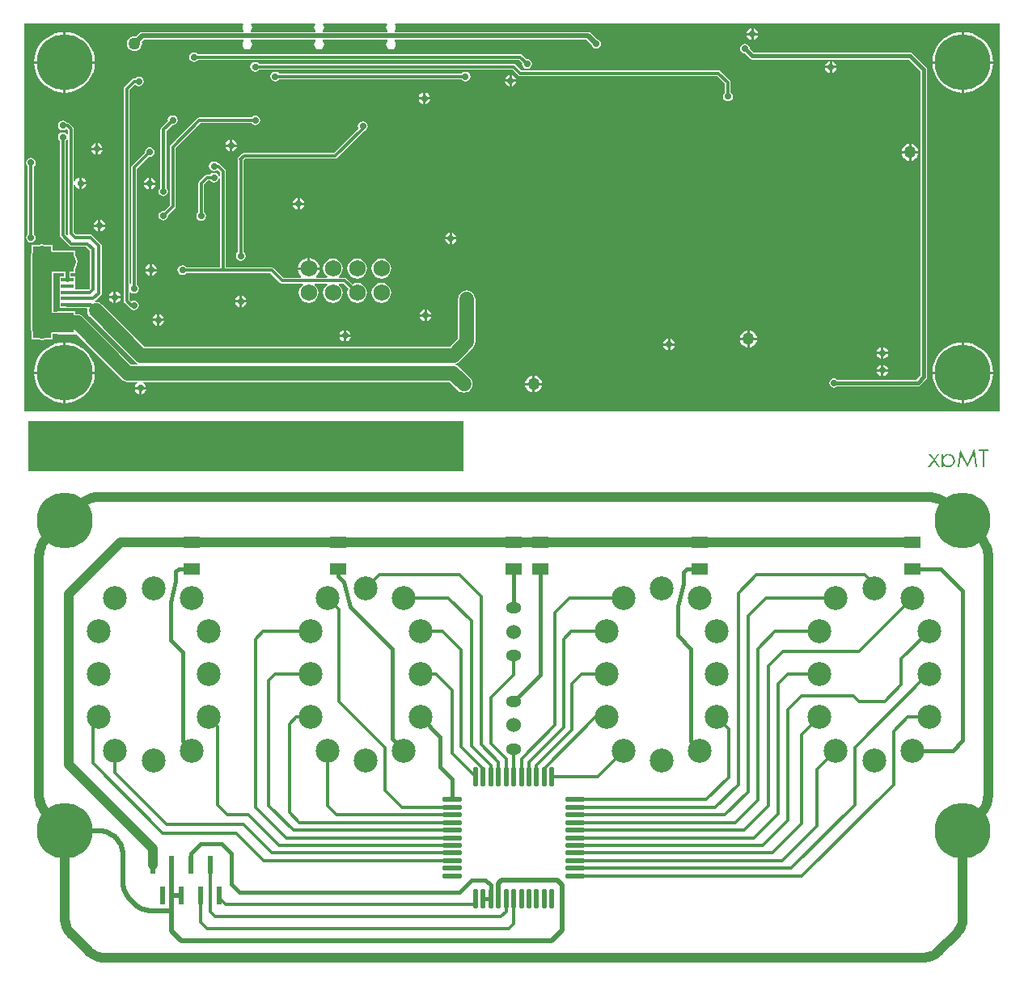
<source format=gbl>
%FSTAX23Y23*%
%MOIN*%
%SFA1B1*%

%IPPOS*%
%ADD13C,0.015748*%
%ADD24R,0.023622X0.072835*%
%ADD45R,0.068898X0.049212*%
%ADD49C,0.019685*%
%ADD50C,0.011811*%
%ADD99C,0.078740*%
%ADD100C,0.039370*%
%ADD101C,0.059055*%
%ADD107C,0.098425*%
%ADD108C,0.068898*%
%ADD109O,0.062992X0.047244*%
%ADD110C,0.060000*%
%ADD111C,0.229921*%
%ADD112C,0.027559*%
%ADD113C,0.050000*%
%ADD114O,0.021654X0.080709*%
%ADD115O,0.080709X0.021654*%
%ADD116R,0.062992X0.082677*%
%ADD117R,0.053150X0.015748*%
%ADD118R,0.074803X0.074803*%
%ADD119R,1.796595X0.210000*%
%LNnixie_board_v2.0-1*%
%LPD*%
G36*
X02613Y05255D02*
X0261Y0525D01*
X02608Y05242*
X0261Y05235*
X02614Y05228*
X02614Y05228*
X02613Y05223*
X02348*
X02347Y05228*
X02347Y05228*
X02351Y05235*
X02353Y05242*
X02351Y0525*
X02348Y05255*
X02351Y0526*
X0261*
X02613Y05255*
G37*
G36*
X02317D02*
X02314Y0525D01*
X02312Y05242*
X02314Y05235*
X02318Y05228*
X02318Y05228*
X02317Y05223*
X02052*
X02051Y05228*
X02051Y05228*
X02055Y05235*
X02057Y05242*
X02055Y0525*
X02052Y05255*
X02055Y0526*
X02314*
X02317Y05255*
G37*
G36*
X05138Y0366D02*
X01118D01*
Y0526*
X02018*
X02021Y05255*
X02018Y0525*
X02016Y05242*
X02018Y05235*
X02022Y05228*
X02022Y05228*
X02021Y05223*
X01604*
X01598Y05222*
X01592Y05218*
X01579Y05205*
X01572Y05206*
X01564Y05205*
X01556Y05202*
X0155Y05197*
X01545Y05191*
X01542Y05183*
X01541Y05175*
X01542Y05167*
X01545Y05159*
X0155Y05153*
X01556Y05148*
X01564Y05145*
X01572Y05144*
X0158Y05145*
X01588Y05148*
X01594Y05153*
X01599Y05159*
X01602Y05167*
X01603Y05175*
X01602Y05183*
X0161Y05191*
X02021*
X02022Y05186*
X02022Y05186*
X02018Y05179*
X02016Y05171*
X02018Y05164*
X02022Y05157*
X02029Y05153*
X02036Y05151*
X02044Y05153*
X02051Y05157*
X02055Y05164*
X02057Y05171*
X02055Y05179*
X02051Y05186*
X02051Y05186*
X02052Y05191*
X02317*
X02318Y05186*
X02318Y05186*
X02314Y05179*
X02312Y05171*
X02314Y05164*
X02318Y05157*
X02325Y05153*
X02333Y05151*
X0234Y05153*
X02347Y05157*
X02351Y05164*
X02353Y05171*
X02351Y05179*
X02347Y05186*
X02347Y05186*
X02348Y05191*
X02613*
X02614Y05186*
X02614Y05186*
X0261Y05179*
X02608Y05171*
X0261Y05164*
X02614Y05157*
X02621Y05153*
X02629Y05151*
X02636Y05153*
X02643Y05157*
X02647Y05164*
X02649Y05171*
X02647Y05179*
X02643Y05186*
X02643Y05186*
X02644Y05191*
X03435*
X03455Y05171*
X03456Y05167*
X0346Y0516*
X03467Y05156*
X03475Y05154*
X03482Y05156*
X03489Y0516*
X03493Y05167*
X03495Y05175*
X03493Y05182*
X03489Y05189*
X03482Y05193*
X03478Y05194*
X03454Y05218*
X03448Y05222*
X03442Y05223*
X02644*
X02643Y05228*
X02643Y05228*
X02647Y05235*
X02649Y05242*
X02647Y0525*
X02644Y05255*
X02647Y0526*
X05138*
Y0366*
G37*
G36*
X04928Y03483D02*
X0493Y03483D01*
X04932Y03483*
X04934Y03482*
X04935Y03482*
X04937Y03481*
X04938Y0348*
X0494Y03479*
X04941Y03479*
X04942Y03478*
X04943Y03477*
X04944Y03477*
X04944Y03476*
X04945Y03476*
X04945Y03475*
X04945Y03475*
X04946Y03474*
X04948Y03472*
X04949Y03471*
X0495Y03469*
X0495Y03467*
X04951Y03466*
X04952Y03464*
X04952Y03463*
X04952Y03461*
X04953Y0346*
X04953Y03459*
X04953Y03458*
X04953Y03457*
X04953Y03456*
Y03456*
Y03456*
X04953Y03454*
X04953Y03452*
X04952Y0345*
X04952Y03448*
X04951Y03446*
X0495Y03445*
X0495Y03443*
X04949Y03442*
X04948Y0344*
X04948Y03439*
X04947Y03438*
X04946Y03438*
X04946Y03437*
X04945Y03437*
X04945Y03436*
X04945Y03436*
X04944Y03435*
X04942Y03434*
X0494Y03433*
X04939Y03432*
X04937Y03431*
X04936Y0343*
X04934Y0343*
X04933Y03429*
X04931Y03429*
X0493Y03429*
X04929Y03428*
X04928Y03428*
X04927Y03428*
X04927Y03428*
X04926*
X04924Y03428*
X04922Y03429*
X0492Y03429*
X04918Y0343*
X04917Y0343*
X04916Y0343*
X04916Y0343*
X04915Y0343*
X04915Y0343*
X04915Y03431*
X04915Y03431*
X04914*
X04912Y03432*
X04911Y03433*
X04909Y03434*
X04908Y03436*
X04907Y03437*
X04906Y03438*
X04905Y03438*
X04905Y03438*
X04905Y03438*
X04905Y03439*
Y0343*
X04898*
Y03482*
X04905*
Y03472*
X04906Y03474*
X04908Y03476*
X0491Y03477*
X04911Y03479*
X04912Y0348*
X04913Y0348*
X04913Y0348*
X04914Y0348*
X04914Y03481*
X04914Y03481*
X04914*
X04916Y03482*
X04918Y03482*
X0492Y03483*
X04922Y03483*
X04923Y03483*
X04924Y03483*
X04924Y03483*
X04925Y03483*
X04926*
X04928Y03483*
G37*
G36*
X04871Y03457D02*
X04891Y0343D01*
X04883*
X04867Y03452*
X04851Y0343*
X04842*
X04863Y03457*
X04845Y03482*
X04853*
X04867Y03463*
X04881Y03482*
X04889*
X04871Y03457*
G37*
G36*
X05044Y0343D02*
X05037D01*
X0503Y03481*
X05005Y0343*
X05003*
X04977Y0348*
X0497Y0343*
X04963*
X04974Y03501*
X04975*
X05004Y03442*
X05032Y03501*
X05034*
X05044Y0343*
G37*
G36*
X0509Y03494D02*
X05074D01*
Y0343*
X05067*
Y03494*
X05051*
Y03501*
X0509*
Y03494*
G37*
%LNnixie_board_v2.0-2*%
%LPC*%
G36*
X04123Y05238D02*
Y0522D01*
X04141*
X0414Y05224*
X04135Y05232*
X04127Y05237*
X04123Y05238*
G37*
G36*
X04113D02*
X04108Y05237D01*
X041Y05232*
X04095Y05224*
X04094Y0522*
X04113*
Y05238*
G37*
G36*
X04141Y0521D02*
X04123D01*
Y05191*
X04127Y05192*
X04135Y05197*
X0414Y05205*
X04141Y0521*
G37*
G36*
X04113D02*
X04094D01*
X04095Y05205*
X041Y05197*
X04108Y05192*
X04113Y05191*
Y0521*
G37*
G36*
X0499Y05223D02*
Y05103D01*
X0511*
X05109Y05118*
X05105Y05137*
X05097Y05155*
X05087Y05172*
X05074Y05187*
X05059Y052*
X05042Y0521*
X05024Y05217*
X05005Y05222*
X0499Y05223*
G37*
G36*
X0498D02*
X04966Y05222D01*
X04947Y05217*
X04929Y0521*
X04912Y052*
X04897Y05187*
X04884Y05172*
X04874Y05155*
X04866Y05137*
X04862Y05118*
X04861Y05103*
X0498*
Y05223*
G37*
G36*
X01289D02*
Y05103D01*
X01408*
X01407Y05118*
X01403Y05137*
X01395Y05155*
X01385Y05172*
X01372Y05187*
X01357Y052*
X0134Y0521*
X01322Y05217*
X01303Y05222*
X01289Y05223*
G37*
G36*
X01279D02*
X01264Y05222D01*
X01245Y05217*
X01227Y0521*
X0121Y052*
X01195Y05187*
X01182Y05172*
X01172Y05155*
X01164Y05137*
X0116Y05118*
X01159Y05103*
X01279*
Y05223*
G37*
G36*
X04447Y05102D02*
Y05084D01*
X04465*
X04464Y05088*
X04459Y05096*
X04451Y05101*
X04447Y05102*
G37*
G36*
X04437D02*
X04432Y05101D01*
X04424Y05096*
X04419Y05088*
X04418Y05084*
X04437*
Y05102*
G37*
G36*
X01818Y0514D02*
X0181Y05138D01*
X01803Y05134*
X01799Y05127*
X01797Y0512*
X01799Y05112*
X01803Y05105*
X0181Y05101*
X01818Y05099*
X01825Y05101*
X01832Y05105*
X01833Y05107*
X03157*
X0317Y05094*
X03169Y05092*
X03171Y05084*
X03175Y05078*
X03182Y05073*
X0319Y05072*
X03197Y05073*
X03204Y05078*
X03208Y05084*
X0321Y05092*
X03208Y051*
X03204Y05106*
X03197Y05111*
X0319Y05112*
X03187Y05112*
X0317Y05128*
X03167Y05131*
X03162Y05132*
X01833*
X01832Y05134*
X01825Y05138*
X01818Y0514*
G37*
G36*
X04465Y05074D02*
X04447D01*
Y05055*
X04451Y05056*
X04459Y05062*
X04464Y05069*
X04465Y05074*
G37*
G36*
X04437D02*
X04418D01*
X04419Y05069*
X04424Y05062*
X04432Y05056*
X04437Y05055*
Y05074*
G37*
G36*
X02935Y0506D02*
X02928Y05058D01*
X02921Y05054*
X0292Y05052*
X02168*
X02167Y05054*
X0216Y05058*
X02152Y0506*
X02145Y05058*
X02138Y05054*
X02134Y05047*
X02132Y05039*
X02134Y05032*
X02138Y05025*
X02145Y05021*
X02152Y05019*
X0216Y05021*
X02167Y05025*
X02168Y05027*
X0292*
X02921Y05025*
X02928Y05021*
X02935Y05019*
X02943Y05021*
X0295Y05025*
X02954Y05032*
X02956Y05039*
X02954Y05047*
X0295Y05054*
X02943Y05058*
X02935Y0506*
G37*
G36*
X03127Y05046D02*
Y05028D01*
X03145*
X03144Y05032*
X03139Y0504*
X03131Y05046*
X03127Y05046*
G37*
G36*
X03117D02*
X03113Y05046D01*
X03105Y0504*
X031Y05032*
X03099Y05028*
X03117*
Y05046*
G37*
G36*
X03145Y05018D02*
X03127D01*
Y05*
X03131Y05001*
X03139Y05006*
X03144Y05014*
X03145Y05018*
G37*
G36*
X03117D02*
X03099D01*
X031Y05014*
X03105Y05006*
X03113Y05001*
X03117Y05*
Y05018*
G37*
G36*
X0159Y0504D02*
X01582Y05038D01*
X01576Y05034*
X01574Y05031*
X0157*
X01565Y05031*
X01561Y05028*
X01531Y04998*
X01528Y04994*
X01527Y04989*
Y04114*
X01528Y04109*
X01531Y04105*
X0155Y04087*
X01553Y04084*
X01556Y04081*
X01562Y04077*
X0157Y04075*
X01578Y04077*
X01584Y04081*
X01588Y04087*
X0159Y04095*
X01588Y04103*
X01584Y04109*
X01578Y04114*
X0157Y04115*
X01562Y04114*
X01559Y04112*
X01552Y04119*
Y04147*
X01557Y04149*
X01562Y04146*
X0157Y04144*
X01578Y04146*
X01584Y0415*
X01588Y04156*
X0159Y04164*
X01588Y04172*
X01584Y04178*
X01582Y0418*
Y04659*
X01632Y04709*
X01635Y04708*
X01642Y0471*
X01649Y04714*
X01653Y04721*
X01655Y04729*
X01653Y04736*
X01649Y04743*
X01642Y04747*
X01635Y04749*
X01627Y04747*
X0162Y04743*
X01616Y04736*
X01614Y04729*
X01615Y04726*
X01561Y04672*
X01559Y04668*
X01558Y04664*
Y04184*
X01557Y04183*
X01552Y04186*
Y04984*
X01573Y05005*
X01576Y05005*
X01582Y05001*
X0159Y04999*
X01598Y05001*
X01604Y05005*
X01608Y05012*
X0161Y05019*
X01608Y05027*
X01604Y05034*
X01598Y05038*
X0159Y0504*
G37*
G36*
X0511Y05093D02*
X0499D01*
Y04973*
X05005Y04974*
X05024Y04979*
X05042Y04987*
X05059Y04997*
X05074Y0501*
X05087Y05025*
X05097Y05041*
X05105Y0506*
X05109Y05079*
X0511Y05093*
G37*
G36*
X01408D02*
X01289D01*
Y04973*
X01303Y04974*
X01322Y04979*
X0134Y04987*
X01357Y04997*
X01372Y0501*
X01385Y05025*
X01395Y05041*
X01403Y0506*
X01407Y05079*
X01408Y05093*
G37*
G36*
X01279D02*
X01159D01*
X0116Y05079*
X01164Y0506*
X01172Y05041*
X01182Y05025*
X01195Y0501*
X0121Y04997*
X01227Y04987*
X01245Y04979*
X01264Y04974*
X01279Y04973*
Y05093*
G37*
G36*
X0498D02*
X04861D01*
X04862Y05079*
X04866Y0506*
X04874Y05041*
X04884Y05025*
X04897Y0501*
X04912Y04997*
X04929Y04987*
X04947Y04979*
X04966Y04974*
X0498Y04973*
Y05093*
G37*
G36*
X02772Y04973D02*
Y04955D01*
X0279*
X02789Y04959*
X02784Y04967*
X02776Y04972*
X02772Y04973*
G37*
G36*
X02762D02*
X02757Y04972D01*
X02749Y04967*
X02744Y04959*
X02743Y04955*
X02762*
Y04973*
G37*
G36*
X0207Y051D02*
X02062Y05098D01*
X02055Y05094*
X02051Y05087*
X02049Y0508*
X02051Y05072*
X02055Y05065*
X02062Y05061*
X0207Y05059*
X02077Y05061*
X02084Y05065*
X02085Y05067*
X0313*
X03153Y05044*
Y05044*
X03157Y05042*
X03162Y05041*
X03974*
X04005Y0501*
Y04973*
X04003Y04972*
X03999Y04965*
X03997Y04957*
X03999Y0495*
X04003Y04943*
X0401Y04939*
X04017Y04937*
X04025Y04939*
X04031Y04943*
X04036Y0495*
X04037Y04957*
X04036Y04965*
X04031Y04972*
X04029Y04973*
Y05015*
X04028Y05019*
X04026Y05023*
X03988Y05061*
X03984Y05064*
X03979Y05065*
X03979*
X03167*
X03144Y05088*
X0314Y05091*
X03135Y05092*
X02085*
X02084Y05094*
X02077Y05098*
X0207Y051*
G37*
G36*
X0279Y04945D02*
X02772D01*
Y04926*
X02776Y04927*
X02784Y04932*
X02789Y0494*
X0279Y04945*
G37*
G36*
X02762D02*
X02743D01*
X02744Y0494*
X02749Y04932*
X02757Y04927*
X02762Y04926*
Y04945*
G37*
G36*
X0207Y04879D02*
X02062Y04878D01*
X02055Y04873*
X02054Y04871*
X01839*
X01835Y0487*
X01831Y04868*
X01721Y04758*
X01718Y04754*
X01717Y0475*
Y0451*
X01693Y04486*
X01691Y04486*
X01683Y04485*
X01677Y0448*
X01672Y04474*
X01671Y04466*
X01672Y04459*
X01677Y04452*
X01683Y04448*
X01691Y04446*
X01699Y04448*
X01705Y04452*
X01709Y04459*
X01711Y04466*
X0171Y04469*
X01738Y04496*
X01741Y045*
X01742Y04505*
Y04744*
X01844Y04847*
X02054*
X02055Y04845*
X02062Y04841*
X0207Y04839*
X02077Y04841*
X02084Y04845*
X02088Y04851*
X0209Y04859*
X02088Y04867*
X02084Y04873*
X02077Y04878*
X0207Y04879*
G37*
G36*
X0173Y0488D02*
X01722Y04878D01*
X01715Y04874*
X01711Y04867*
X01709Y0486*
X0171Y04857*
X01682Y04829*
X0168Y04825*
X01679Y04821*
Y04581*
X01677Y0458*
X01672Y04573*
X01671Y04566*
X01672Y04558*
X01677Y04551*
X01683Y04547*
X01691Y04545*
X01699Y04547*
X01705Y04551*
X01709Y04558*
X01711Y04566*
X01709Y04573*
X01705Y0458*
X01703Y04581*
Y04816*
X01727Y0484*
X0173Y04839*
X01737Y04841*
X01744Y04845*
X01748Y04852*
X0175Y0486*
X01748Y04867*
X01744Y04874*
X01737Y04878*
X0173Y0488*
G37*
G36*
X01276Y04857D02*
X01268Y04855D01*
X01262Y04851*
X01257Y04844*
X01256Y04837*
X01257Y04829*
X01262Y04822*
X01268Y04818*
X01276Y04817*
X01284Y04818*
X0129Y04822*
X01292Y04823*
X01297Y04818*
Y04802*
X01292Y04801*
X0129Y04804*
X01284Y04808*
X01276Y0481*
X01268Y04808*
X01262Y04804*
X01257Y04797*
X01256Y0479*
X01257Y04782*
X01262Y04775*
X01264Y04774*
Y04385*
X01265Y04381*
X01267Y04377*
X01303Y04341*
X01307Y04338*
X01312Y04337*
X01372*
X01387Y04322*
Y04166*
X01383Y04162*
X01328*
Y04187*
Y04215*
X01309*
Y04228*
X01328*
Y0425*
X0133Y04253*
X01335Y04264*
X01336Y04275*
X01335Y04287*
X0133Y04298*
X01328Y04301*
Y04323*
X01253*
Y04321*
X01235*
X01233Y04322*
Y04344*
X01204*
X01202Y04345*
X0119Y04347*
X01178Y04345*
X01176Y04344*
X01147*
Y04315*
X01146Y04313*
X01144Y04301*
Y04197*
Y04102*
Y03998*
X01146Y03986*
X01147Y03984*
Y03955*
X01176*
X01178Y03954*
X0119Y03952*
X01202Y03954*
X01204Y03955*
X01233*
Y03977*
X01235Y03978*
X01253*
Y03976*
X01328*
X01331Y03978*
X01519Y0379*
X01526Y03784*
X01535Y03781*
X01544Y0378*
X01584*
X01585Y03775*
X01579Y03771*
X01574Y03763*
X01573Y03759*
X0162*
X01619Y03763*
X01614Y03771*
X01608Y03775*
X01609Y0378*
X02871*
X02904Y03746*
X02912Y0374*
X0292Y03737*
X0293Y03736*
X02939Y03737*
X02947Y0374*
X02955Y03746*
X02961Y03754*
X02964Y03762*
X02965Y03771*
X02964Y03781*
X02961Y03789*
X02955Y03797*
X02911Y03841*
X02903Y03847*
X02896Y0385*
X02895Y03855*
X02895Y03855*
X02903Y03859*
X02911Y03864*
X02966Y03919*
X02972Y03927*
X02975Y03935*
X02976Y03945*
Y04121*
X02975Y0413*
X02972Y04139*
X02966Y04146*
X02958Y04152*
X0295Y04156*
X02941Y04157*
X02931Y04156*
X02923Y04152*
X02915Y04146*
X02909Y04139*
X02906Y0413*
X02905Y04121*
Y03959*
X02871Y03925*
X01613*
X01439Y04099*
X01431Y04105*
X01423Y04109*
X01413Y0411*
X01411Y0411*
X01409Y04114*
X01411Y04115*
X01433Y04138*
X01436Y04142*
X01437Y04146*
Y04341*
X01436Y04345*
X01433Y04349*
X01398Y04384*
X01394Y04387*
X0139Y04388*
X01331*
X01322Y04397*
Y04592*
X01327Y04593*
X01327Y0459*
X01332Y04582*
X0134Y04577*
X01345Y04576*
Y046*
Y04623*
X0134Y04622*
X01332Y04617*
X01327Y04609*
X01327Y04606*
X01322Y04607*
Y04823*
X01321Y04827*
X01318Y04831*
X01304Y04845*
X013Y04848*
X01296Y04849*
X01292*
X0129Y04851*
X01284Y04855*
X01276Y04857*
G37*
G36*
X01975Y04778D02*
Y0476D01*
X01993*
X01992Y04764*
X01987Y04772*
X01979Y04777*
X01975Y04778*
G37*
G36*
X01965D02*
X0196Y04777D01*
X01952Y04772*
X01947Y04764*
X01946Y0476*
X01965*
Y04778*
G37*
G36*
X01422Y04764D02*
Y04746D01*
X0144*
X01439Y0475*
X01434Y04758*
X01426Y04764*
X01422Y04764*
G37*
G36*
X01412D02*
X01408Y04764D01*
X014Y04758*
X01394Y0475*
X01394Y04746*
X01412*
Y04764*
G37*
G36*
X04773Y04762D02*
Y04732D01*
X04802*
X04802Y04737*
X04798Y04745*
X04792Y04752*
X04785Y04758*
X04777Y04762*
X04773Y04762*
G37*
G36*
X04763D02*
X04758Y04762D01*
X0475Y04758*
X04743Y04752*
X04737Y04745*
X04733Y04737*
X04733Y04732*
X04763*
Y04762*
G37*
G36*
X01993Y0475D02*
X01975D01*
Y04731*
X01979Y04732*
X01987Y04737*
X01992Y04745*
X01993Y0475*
G37*
G36*
X01965D02*
X01946D01*
X01947Y04745*
X01952Y04737*
X0196Y04732*
X01965Y04731*
Y0475*
G37*
G36*
X02513Y04855D02*
X02505Y04853D01*
X02498Y04849*
X02494Y04842*
X02492Y04835*
X02494Y04827*
X02495Y04826*
X02394Y04725*
X02024*
X0202Y04724*
X02016Y04721*
X02001Y04707*
X01998Y04703*
X01997Y04698*
X01998Y04697*
Y04315*
X01995Y04314*
X01991Y04307*
X0199Y043*
X01991Y04292*
X01995Y04285*
X02002Y04281*
X0201Y04279*
X02017Y04281*
X02024Y04285*
X02028Y04292*
X0203Y043*
X02028Y04307*
X02024Y04314*
X02022Y04315*
Y04693*
X02029Y04701*
X02399*
X02404Y04702*
X02408Y04704*
X02519Y04816*
X0252Y04816*
X02527Y0482*
X02531Y04827*
X02532Y0483*
X02532Y0483*
X02533Y04835*
X02532Y04839*
X02532Y04839*
X02531Y04842*
X02527Y04849*
X0252Y04853*
X02513Y04855*
G37*
G36*
X0144Y04736D02*
X01422D01*
Y04718*
X01426Y04719*
X01434Y04724*
X01439Y04732*
X0144Y04736*
G37*
G36*
X01412D02*
X01394D01*
X01394Y04732*
X014Y04724*
X01408Y04719*
X01412Y04718*
Y04736*
G37*
G36*
X04802Y04722D02*
X04773D01*
Y04693*
X04777Y04693*
X04785Y04697*
X04792Y04702*
X04798Y0471*
X04802Y04718*
X04802Y04722*
G37*
G36*
X04763D02*
X04733D01*
X04733Y04718*
X04737Y0471*
X04743Y04702*
X0475Y04697*
X04758Y04693*
X04763Y04693*
Y04722*
G37*
G36*
X019Y0469D02*
X01892Y04688D01*
X01885Y04684*
X01881Y04677*
X01879Y0467*
X01881Y04662*
X01885Y04655*
X01892Y04651*
X019Y04649*
X01907Y04651*
X01913Y04655*
X01924Y04644*
Y04629*
X01919Y04629*
X01918Y04631*
X01914Y04638*
X01907Y04642*
X019Y04643*
X01892Y04642*
X01885Y04638*
X01884Y04635*
X01871*
X01867Y04635*
X01863Y04632*
X01838Y04607*
X01836Y04604*
X01835Y04599*
Y0448*
X01832Y04478*
X01828Y04472*
X01827Y04464*
X01828Y04456*
X01832Y0445*
X01839Y04445*
X01847Y04444*
X01854Y04445*
X01861Y0445*
X01865Y04456*
X01867Y04464*
X01865Y04472*
X01861Y04478*
X01859Y0448*
Y04594*
X01876Y04611*
X01884*
X01885Y04609*
X01892Y04605*
X019Y04603*
X01907Y04605*
X01914Y04609*
X01918Y04616*
X01919Y04618*
X01924Y04617*
Y04253*
X01785*
X01784Y04255*
X01777Y0426*
X0177Y04261*
X01762Y0426*
X01755Y04255*
X01751Y04249*
X01749Y04241*
X01751Y04234*
X01755Y04227*
X01762Y04223*
X0177Y04221*
X01777Y04223*
X01784Y04227*
X01785Y04229*
X02132*
X02172Y04189*
X02176Y04186*
X02181Y04185*
X02264*
X02266Y0418*
X02261Y04176*
X02254Y04168*
X0225Y04158*
X02249Y04147*
X0225Y04137*
X02254Y04127*
X02261Y04118*
X02269Y04112*
X02279Y04108*
X0229Y04106*
X023Y04108*
X0231Y04112*
X02318Y04118*
X02325Y04127*
X02329Y04137*
X0233Y04147*
X02329Y04158*
X02325Y04168*
X02318Y04176*
X02313Y0418*
X02315Y04185*
X02364*
X02366Y0418*
X02361Y04176*
X02354Y04168*
X0235Y04158*
X02349Y04147*
X0235Y04137*
X02354Y04127*
X02361Y04118*
X02369Y04112*
X02379Y04108*
X0239Y04106*
X024Y04108*
X0241Y04112*
X02418Y04118*
X02425Y04127*
X02429Y04137*
X0243Y04147*
X02429Y04158*
X02425Y04168*
X02418Y04176*
X02413Y0418*
X02415Y04185*
X02434*
X02454Y04166*
X0245Y04158*
X02449Y04147*
X0245Y04137*
X02454Y04127*
X02461Y04118*
X02469Y04112*
X02479Y04108*
X0249Y04106*
X025Y04108*
X0251Y04112*
X02518Y04118*
X02525Y04127*
X02529Y04137*
X0253Y04147*
X02529Y04158*
X02525Y04168*
X02518Y04176*
X0251Y04183*
X025Y04187*
X0249Y04188*
X02479Y04187*
X02471Y04183*
X02448Y04206*
X02444Y04209*
X02439Y04209*
X02415*
X02413Y04214*
X02418Y04218*
X02425Y04227*
X02429Y04237*
X0243Y04247*
X02429Y04258*
X02425Y04268*
X02418Y04276*
X0241Y04283*
X024Y04287*
X0239Y04288*
X02379Y04287*
X02369Y04283*
X02361Y04276*
X02354Y04268*
X0235Y04258*
X02349Y04247*
X0235Y04237*
X02354Y04227*
X02361Y04218*
X02366Y04214*
X02364Y04209*
X02321*
X0232Y04214*
X02321Y04215*
X02328Y04225*
X02333Y04236*
X02334Y04242*
X02245*
X02246Y04236*
X02251Y04225*
X02258Y04215*
X02259Y04214*
X02258Y04209*
X02186*
X02145Y0425*
X02141Y04252*
X02137Y04253*
X01948*
Y0465*
X01947Y04654*
X01944Y04658*
X01924Y04678*
X0192Y04681*
X01916Y04682*
X01915*
X01914Y04684*
X01907Y04688*
X019Y0469*
G37*
G36*
X01355Y04623D02*
Y04605D01*
X01373*
X01372Y04609*
X01367Y04617*
X01359Y04622*
X01355Y04623*
G37*
G36*
X0164Y04621D02*
Y04603D01*
X01658*
X01657Y04607*
X01652Y04615*
X01644Y04621*
X0164Y04621*
G37*
G36*
X0163D02*
X01625Y04621D01*
X01617Y04615*
X01612Y04607*
X01611Y04603*
X0163*
Y04621*
G37*
G36*
X01373Y04595D02*
X01355D01*
Y04576*
X01359Y04577*
X01367Y04582*
X01372Y0459*
X01373Y04595*
G37*
G36*
X01658Y04593D02*
X0164D01*
Y04575*
X01644Y04576*
X01652Y04581*
X01657Y04589*
X01658Y04593*
G37*
G36*
X0163D02*
X01611D01*
X01612Y04589*
X01617Y04581*
X01625Y04576*
X0163Y04575*
Y04593*
G37*
G36*
X02253Y04538D02*
Y04519D01*
X02271*
X0227Y04524*
X02265Y04532*
X02257Y04537*
X02253Y04538*
G37*
G36*
X02243D02*
X02239Y04537D01*
X02231Y04532*
X02225Y04524*
X02225Y04519*
X02243*
Y04538*
G37*
G36*
X02271Y04509D02*
X02253D01*
Y04491*
X02257Y04492*
X02265Y04497*
X0227Y04505*
X02271Y04509*
G37*
G36*
X02243D02*
X02225D01*
X02225Y04505*
X02231Y04497*
X02239Y04492*
X02243Y04491*
Y04509*
G37*
G36*
X01432Y04449D02*
Y0443D01*
X01451*
X0145Y04435*
X01444Y04442*
X01437Y04448*
X01432Y04449*
G37*
G36*
X01422D02*
X01418Y04448D01*
X0141Y04442*
X01405Y04435*
X01404Y0443*
X01422*
Y04449*
G37*
G36*
X01451Y0442D02*
X01432D01*
Y04402*
X01437Y04403*
X01444Y04408*
X0145Y04416*
X01451Y0442*
G37*
G36*
X01422D02*
X01404D01*
X01405Y04416*
X0141Y04408*
X01418Y04403*
X01422Y04402*
Y0442*
G37*
G36*
X0288Y04395D02*
Y04377D01*
X02898*
X02897Y04381*
X02892Y04389*
X02884Y04394*
X0288Y04395*
G37*
G36*
X0287D02*
X02866Y04394D01*
X02858Y04389*
X02853Y04381*
X02852Y04377*
X0287*
Y04395*
G37*
G36*
X01145Y04704D02*
X01137Y04702D01*
X0113Y04698*
X01126Y04691*
X01124Y04684*
X01126Y04676*
X0113Y04669*
X01132Y04668*
Y0439*
X0113Y04389*
X01126Y04382*
X01124Y04375*
X01126Y04367*
X0113Y04361*
X01137Y04356*
X01145Y04355*
X01152Y04356*
X01159Y04361*
X01163Y04367*
X01165Y04375*
X01163Y04382*
X01159Y04389*
X01157Y0439*
Y04668*
X01159Y04669*
X01163Y04676*
X01165Y04684*
X01163Y04691*
X01159Y04698*
X01152Y04702*
X01145Y04704*
G37*
G36*
X02898Y04367D02*
X0288D01*
Y04349*
X02884Y04349*
X02892Y04355*
X02897Y04362*
X02898Y04367*
G37*
G36*
X0287D02*
X02852D01*
X02853Y04362*
X02858Y04355*
X02866Y04349*
X0287Y04349*
Y04367*
G37*
G36*
X02295Y04291D02*
Y04252D01*
X02334*
X02333Y04259*
X02328Y0427*
X02321Y04279*
X02312Y04286*
X02301Y0429*
X02295Y04291*
G37*
G36*
X02285D02*
X02278Y0429D01*
X02267Y04286*
X02258Y04279*
X02251Y0427*
X02246Y04259*
X02245Y04252*
X02285*
Y04291*
G37*
G36*
X01645Y04264D02*
Y04246D01*
X01663*
X01662Y04251*
X01657Y04258*
X01649Y04264*
X01645Y04264*
G37*
G36*
X01635D02*
X0163Y04264D01*
X01622Y04258*
X01617Y04251*
X01616Y04246*
X01635*
Y04264*
G37*
G36*
X01663Y04236D02*
X01645D01*
Y04218*
X01649Y04219*
X01657Y04224*
X01662Y04232*
X01663Y04236*
G37*
G36*
X01635D02*
X01616D01*
X01617Y04232*
X01622Y04224*
X0163Y04219*
X01635Y04218*
Y04236*
G37*
G36*
X0259Y04288D02*
X02579Y04287D01*
X02569Y04283*
X02561Y04276*
X02554Y04268*
X0255Y04258*
X02549Y04247*
X0255Y04237*
X02554Y04227*
X02561Y04218*
X02569Y04212*
X02579Y04208*
X0259Y04206*
X026Y04208*
X0261Y04212*
X02618Y04218*
X02625Y04227*
X02629Y04237*
X0263Y04247*
X02629Y04258*
X02625Y04268*
X02618Y04276*
X0261Y04283*
X026Y04287*
X0259Y04288*
G37*
G36*
X0249D02*
X02479Y04287D01*
X02469Y04283*
X02461Y04276*
X02454Y04268*
X0245Y04258*
X02449Y04247*
X0245Y04237*
X02454Y04227*
X02461Y04218*
X02469Y04212*
X02479Y04208*
X0249Y04206*
X025Y04208*
X0251Y04212*
X02518Y04218*
X02525Y04227*
X02529Y04237*
X0253Y04247*
X02529Y04258*
X02525Y04268*
X02518Y04276*
X0251Y04283*
X025Y04287*
X0249Y04288*
G37*
G36*
X01495Y04153D02*
Y04134D01*
X01514*
X01513Y04139*
X01508Y04147*
X015Y04152*
X01495Y04153*
G37*
G36*
X01485D02*
X01481Y04152D01*
X01473Y04147*
X01468Y04139*
X01467Y04134*
X01485*
Y04153*
G37*
G36*
X02015Y04136D02*
Y04117D01*
X02033*
X02032Y04122*
X02027Y04129*
X02019Y04135*
X02015Y04136*
G37*
G36*
X02005D02*
X02Y04135D01*
X01992Y04129*
X01987Y04122*
X01986Y04117*
X02005*
Y04136*
G37*
G36*
X0259Y04188D02*
X02579Y04187D01*
X02569Y04183*
X02561Y04176*
X02554Y04168*
X0255Y04158*
X02549Y04147*
X0255Y04137*
X02554Y04127*
X02561Y04118*
X02569Y04112*
X02579Y04108*
X0259Y04106*
X026Y04108*
X0261Y04112*
X02618Y04118*
X02625Y04127*
X02629Y04137*
X0263Y04147*
X02629Y04158*
X02625Y04168*
X02618Y04176*
X0261Y04183*
X026Y04187*
X0259Y04188*
G37*
G36*
X01514Y04124D02*
X01495D01*
Y04106*
X015Y04107*
X01508Y04112*
X01513Y0412*
X01514Y04124*
G37*
G36*
X01485D02*
X01467D01*
X01468Y0412*
X01473Y04112*
X01481Y04107*
X01485Y04106*
Y04124*
G37*
G36*
X02033Y04107D02*
X02015D01*
Y04089*
X02019Y0409*
X02027Y04095*
X02032Y04103*
X02033Y04107*
G37*
G36*
X02005D02*
X01986D01*
X01987Y04103*
X01992Y04095*
X02Y0409*
X02005Y04089*
Y04107*
G37*
G36*
X02777Y04078D02*
Y0406D01*
X02795*
X02794Y04064*
X02789Y04072*
X02781Y04077*
X02777Y04078*
G37*
G36*
X02767D02*
X02762Y04077D01*
X02754Y04072*
X02749Y04064*
X02748Y0406*
X02767*
Y04078*
G37*
G36*
X01675Y04059D02*
Y04041D01*
X01693*
X01692Y04045*
X01687Y04053*
X01679Y04058*
X01675Y04059*
G37*
G36*
X01665D02*
X0166Y04058D01*
X01652Y04053*
X01647Y04045*
X01646Y04041*
X01665*
Y04059*
G37*
G36*
X02795Y0405D02*
X02777D01*
Y04031*
X02781Y04032*
X02789Y04037*
X02794Y04045*
X02795Y0405*
G37*
G36*
X02767D02*
X02748D01*
X02749Y04045*
X02754Y04037*
X02762Y04032*
X02767Y04031*
Y0405*
G37*
G36*
X01693Y04031D02*
X01675D01*
Y04012*
X01679Y04013*
X01687Y04018*
X01692Y04026*
X01693Y04031*
G37*
G36*
X01665D02*
X01646D01*
X01647Y04026*
X01652Y04018*
X0166Y04013*
X01665Y04012*
Y04031*
G37*
G36*
X02445Y03994D02*
Y03976D01*
X02463*
X02462Y0398*
X02457Y03988*
X02449Y03993*
X02445Y03994*
G37*
G36*
X02435D02*
X0243Y03993D01*
X02422Y03988*
X02417Y0398*
X02416Y03976*
X02435*
Y03994*
G37*
G36*
X04107Y03992D02*
Y03963D01*
X04136*
X04136Y03967*
X04132Y03975*
X04127Y03983*
X04119Y03988*
X04111Y03992*
X04107Y03992*
G37*
G36*
X04097D02*
X04093Y03992D01*
X04084Y03988*
X04077Y03983*
X04071Y03975*
X04068Y03967*
X04067Y03963*
X04097*
Y03992*
G37*
G36*
X02463Y03966D02*
X02445D01*
Y03947*
X02449Y03948*
X02457Y03953*
X02462Y03961*
X02463Y03966*
G37*
G36*
X02435D02*
X02416D01*
X02417Y03961*
X02422Y03953*
X0243Y03948*
X02435Y03947*
Y03966*
G37*
G36*
X0378Y03958D02*
Y0394D01*
X03798*
X03797Y03944*
X03792Y03952*
X03784Y03957*
X0378Y03958*
G37*
G36*
X0377D02*
X03765Y03957D01*
X03757Y03952*
X03752Y03944*
X03751Y0394*
X0377*
Y03958*
G37*
G36*
X04136Y03953D02*
X04107D01*
Y03923*
X04111Y03923*
X04119Y03927*
X04127Y03933*
X04132Y0394*
X04136Y03948*
X04136Y03953*
G37*
G36*
X04097D02*
X04067D01*
X04068Y03948*
X04071Y0394*
X04077Y03933*
X04084Y03927*
X04093Y03923*
X04097Y03923*
Y03953*
G37*
G36*
X03798Y0393D02*
X0378D01*
Y03912*
X03784Y03913*
X03792Y03918*
X03797Y03926*
X03798Y0393*
G37*
G36*
X0377D02*
X03751D01*
X03752Y03926*
X03757Y03918*
X03765Y03913*
X0377Y03912*
Y0393*
G37*
G36*
X04658Y03923D02*
Y03905D01*
X04676*
X04676Y03909*
X0467Y03917*
X04662Y03922*
X04658Y03923*
G37*
G36*
X04648D02*
X04644Y03922D01*
X04636Y03917*
X04631Y03909*
X0463Y03905*
X04648*
Y03923*
G37*
G36*
X04676Y03895D02*
X04658D01*
Y03876*
X04662Y03877*
X0467Y03882*
X04676Y0389*
X04676Y03895*
G37*
G36*
X04648D02*
X0463D01*
X04631Y0389*
X04636Y03882*
X04644Y03877*
X04648Y03876*
Y03895*
G37*
G36*
X04658Y0385D02*
Y03832D01*
X04676*
X04676Y03836*
X0467Y03844*
X04662Y03849*
X04658Y0385*
G37*
G36*
X04648D02*
X04644Y03849D01*
X04636Y03844*
X04631Y03836*
X0463Y03832*
X04648*
Y0385*
G37*
G36*
X01289Y03943D02*
Y03823D01*
X01408*
X01407Y03838*
X01403Y03857*
X01395Y03875*
X01385Y03892*
X01372Y03907*
X01357Y0392*
X0134Y0393*
X01322Y03938*
X01303Y03942*
X01289Y03943*
G37*
G36*
X01279D02*
X01264Y03942D01*
X01245Y03938*
X01227Y0393*
X0121Y0392*
X01195Y03907*
X01182Y03892*
X01172Y03875*
X01164Y03857*
X0116Y03838*
X01159Y03823*
X01279*
Y03943*
G37*
G36*
X0499D02*
Y03823D01*
X0511*
X05109Y03838*
X05105Y03857*
X05097Y03875*
X05087Y03892*
X05074Y03907*
X05059Y0392*
X05042Y0393*
X05024Y03938*
X05005Y03942*
X0499Y03943*
G37*
G36*
X0498D02*
X04966Y03942D01*
X04947Y03938*
X04929Y0393*
X04912Y0392*
X04897Y03907*
X04884Y03892*
X04874Y03875*
X04866Y03857*
X04862Y03838*
X04861Y03823*
X0498*
Y03943*
G37*
G36*
X04676Y03822D02*
X04658D01*
Y03804*
X04662Y03805*
X0467Y0381*
X04676Y03818*
X04676Y03822*
G37*
G36*
X04648D02*
X0463D01*
X04631Y03818*
X04636Y0381*
X04644Y03805*
X04648Y03804*
Y03822*
G37*
G36*
X04087Y05175D02*
X0408Y05173D01*
X04073Y05169*
X04069Y05162*
X04067Y05154*
X04069Y05147*
X04073Y0514*
X0408Y05136*
X04087Y05134*
X04087Y05134*
X04107Y05114*
X04112Y05111*
X04117Y0511*
X04763*
X04811Y05063*
Y03807*
X04794Y0379*
X04469*
X04469Y0379*
X04462Y03794*
X04454Y03796*
X04447Y03794*
X0444Y0379*
X04436Y03783*
X04434Y03776*
X04436Y03768*
X0444Y03761*
X04447Y03757*
X04454Y03755*
X04462Y03757*
X04469Y03761*
X04469Y03761*
X048*
X04805Y03762*
X0481Y03766*
X04835Y03791*
X04838Y03796*
X04839Y03801*
Y05068*
X04838Y05074*
X04835Y05078*
X04779Y05135*
X04775Y05138*
X04769Y05139*
X04123*
X04107Y05154*
X04107Y05154*
X04106Y05162*
X04102Y05169*
X04095Y05173*
X04087Y05175*
G37*
G36*
X03222Y03806D02*
Y03776D01*
X03251*
X03251Y03781*
X03247Y03789*
X03241Y03796*
X03234Y03802*
X03226Y03806*
X03222Y03806*
G37*
G36*
X03212D02*
X03207Y03806D01*
X03199Y03802*
X03192Y03796*
X03186Y03789*
X03182Y03781*
X03182Y03776*
X03212*
Y03806*
G37*
G36*
X03251Y03766D02*
X03222D01*
Y03737*
X03226Y03737*
X03234Y03741*
X03241Y03746*
X03247Y03754*
X03251Y03762*
X03251Y03766*
G37*
G36*
X03212D02*
X03182D01*
X03182Y03762*
X03186Y03754*
X03192Y03746*
X03199Y03741*
X03207Y03737*
X03212Y03737*
Y03766*
G37*
G36*
X0162Y03749D02*
X01602D01*
Y0373*
X01606Y03731*
X01614Y03736*
X01619Y03744*
X0162Y03749*
G37*
G36*
X01592D02*
X01573D01*
X01574Y03744*
X01579Y03736*
X01587Y03731*
X01592Y0373*
Y03749*
G37*
G36*
X0511Y03813D02*
X0499D01*
Y03693*
X05005Y03695*
X05024Y03699*
X05042Y03707*
X05059Y03717*
X05074Y0373*
X05087Y03745*
X05097Y03761*
X05105Y0378*
X05109Y03799*
X0511Y03813*
G37*
G36*
X01408D02*
X01289D01*
Y03693*
X01303Y03695*
X01322Y03699*
X0134Y03707*
X01357Y03717*
X01372Y0373*
X01385Y03745*
X01395Y03761*
X01403Y0378*
X01407Y03799*
X01408Y03813*
G37*
G36*
X01279D02*
X01159D01*
X0116Y03799*
X01164Y0378*
X01172Y03761*
X01182Y03745*
X01195Y0373*
X0121Y03717*
X01227Y03707*
X01245Y03699*
X01264Y03695*
X01279Y03693*
Y03813*
G37*
G36*
X0498D02*
X04861D01*
X04862Y03799*
X04866Y0378*
X04874Y03761*
X04884Y03745*
X04897Y0373*
X04912Y03717*
X04929Y03707*
X04947Y03699*
X04966Y03695*
X0498Y03693*
Y03813*
G37*
G36*
X04926Y03477D02*
X04925D01*
X04924Y03477*
X04922Y03477*
X04921Y03476*
X04919Y03476*
X04918Y03476*
X04917Y03475*
X04916Y03474*
X04915Y03474*
X04914Y03473*
X04913Y03473*
X04912Y03472*
X04912Y03472*
X04911Y03471*
X04911Y03471*
X04911Y03471*
X04911Y03471*
X04909Y0347*
X04909Y03468*
X04908Y03467*
X04907Y03466*
X04906Y03465*
X04906Y03463*
X04906Y03462*
X04905Y03461*
X04905Y0346*
X04905Y03459*
X04905Y03458*
X04905Y03457*
X04904Y03456*
Y03456*
Y03456*
Y03455*
X04905Y03453*
X04905Y03451*
X04905Y0345*
X04906Y03448*
X04906Y03447*
X04907Y03446*
X04907Y03446*
X04907Y03445*
X04907Y03445*
X04907Y03445*
Y03445*
X04908Y03443*
X0491Y03442*
X04911Y0344*
X04912Y03439*
X04913Y03438*
X04914Y03438*
X04914Y03438*
X04915Y03437*
X04915Y03437*
X04915*
X04917Y03436*
X04919Y03436*
X0492Y03435*
X04922Y03435*
X04923Y03435*
X04924Y03435*
X04924*
X04925Y03434*
X04925*
X04927Y03435*
X04929Y03435*
X04931Y03435*
X04933Y03436*
X04934Y03436*
X04934Y03437*
X04935Y03437*
X04935Y03437*
X04935Y03437*
X04936Y03437*
X04936*
X04937Y03438*
X04939Y0344*
X0494Y03441*
X04941Y03442*
X04942Y03443*
X04943Y03444*
X04943Y03445*
X04943Y03445*
X04943Y03445*
Y03445*
X04944Y03447*
X04945Y03449*
X04945Y03451*
X04946Y03452*
X04946Y03454*
X04946Y03454*
Y03455*
X04946Y03455*
Y03455*
Y03456*
Y03456*
X04946Y03458*
X04946Y0346*
X04945Y03461*
X04945Y03463*
X04944Y03464*
X04944Y03465*
X04944Y03465*
X04944Y03466*
X04943Y03466*
X04943Y03466*
Y03466*
X04942Y03468*
X04941Y0347*
X0494Y03471*
X04938Y03472*
X04937Y03473*
X04937Y03474*
X04936Y03474*
X04936Y03474*
X04936Y03474*
X04936*
X04934Y03475*
X04932Y03476*
X0493Y03476*
X04929Y03477*
X04927Y03477*
X04927Y03477*
X04926Y03477*
G37*
%LNnixie_board_v2.0-3*%
%LPD*%
G36*
X01297Y04777D02*
Y04392D01*
X01298Y04387*
X01294Y04384*
X01288Y0439*
Y04774*
X0129Y04775*
X01292Y04779*
X01297Y04777*
G37*
G36*
X01253Y04228D02*
X01281D01*
Y04215*
X01263*
Y04187*
Y04161*
Y04136*
Y0411*
Y04084*
X01294*
X01295Y04084*
X01374*
X01378Y04079*
X01378Y04074*
X01379Y04065*
X01382Y04056*
X01388Y04049*
X01573Y03864*
X0158Y03859*
X01585Y03856*
X01584Y03851*
X01559*
X01361Y04049*
X01354Y04055*
X01345Y04058*
X01336Y04059*
X01328*
Y04071*
X01253*
Y04069*
X01236*
Y04102*
Y04197*
Y0423*
X01253*
Y04228*
G37*
G54D13*
X03835Y02996D02*
X03849Y0301D01*
X03835Y0295D02*
Y02996D01*
X0381Y02855D02*
X03835Y0295D01*
X02461Y02853D02*
X02635Y0268D01*
X02433Y02956D02*
X02461Y02853D01*
X0241Y02979D02*
X02433Y02956D01*
X0241Y02979D02*
Y0301D01*
X01742Y02997D02*
X01755Y0301D01*
X01742Y0296D02*
Y02997D01*
X0172Y02871D02*
X01742Y0296D01*
X01755Y0301D02*
X01807D01*
X0172Y02715D02*
Y02871D01*
X03849Y0301D02*
X03902D01*
X0381Y02734D02*
Y02855D01*
X0241Y0301D02*
X02425Y02995D01*
X0381Y02734D02*
X03865Y0268D01*
X02635Y02307D02*
Y0268D01*
Y02307D02*
X02682Y0226D01*
X02751Y02397D02*
X02832Y02316D01*
Y02193D02*
Y02316D01*
Y02193D02*
X02882Y02143D01*
Y02057D02*
Y02143D01*
X04454Y03776D02*
X048D01*
X04117Y05125D02*
X04769D01*
X04087Y05154D02*
X04117Y05125D01*
X04769D02*
X04825Y05068D01*
Y03801*
X048Y03776D02*
X04825Y03801D01*
X01295Y04201D02*
Y04271D01*
X03865Y02297D02*
Y0268D01*
Y02297D02*
X03902Y0226D01*
X0193Y01875D02*
X0197Y01835D01*
X01845Y01875D02*
X0193D01*
X01804Y01834D02*
X01845Y01875D01*
X0291Y01675D02*
X0296Y01725D01*
X02005Y01675D02*
X0291D01*
X0197Y0171D02*
X02005Y01675D01*
X03009Y01647D02*
X0304D01*
X0197Y0171D02*
Y01835D01*
X01804Y01787D02*
Y01834D01*
X0304Y01647D02*
Y01704D01*
X03019Y01725D02*
X0304Y01704D01*
X0296Y01725D02*
X03019D01*
X04777Y0226D02*
X04945D01*
X04985Y02301*
Y02919*
X04894Y0301D02*
X04985Y02919D01*
X04777Y0301D02*
X04894D01*
X0172Y02715D02*
X0177Y02664D01*
Y02297D02*
X01807Y0226D01*
X0177Y02297D02*
Y02664D01*
X01389Y04098D02*
X01413Y04074D01*
X01295Y04098D02*
X01389D01*
X03135Y02848D02*
Y0301D01*
X03245Y02573D02*
Y0301D01*
X03135Y02463D02*
X03245Y02573D01*
G54D24*
X01647Y01787D03*
X01765Y01662D03*
X01844D03*
X01922D03*
X01804Y01787D03*
X01725D03*
X01883D03*
X01686Y01662D03*
G54D45*
X04777Y03119D03*
Y0301D03*
X0241Y03119D03*
Y0301D03*
X01807Y03119D03*
Y0301D03*
X03902Y03119D03*
Y0301D03*
X03245D03*
Y03119D03*
X03135Y0301D03*
Y03119D03*
G54D49*
X01495Y01899D02*
D01*
X0149Y01904*
X01484Y01908*
X01478Y01913*
X01472Y01916*
X01466Y01919*
X0146Y01922*
X01453Y01924*
X01446Y01926*
X0144Y01927*
X01433Y01928*
X01426Y01929*
X01424Y01929*
X01525Y01716D02*
D01*
X01525Y01709*
X01525Y01702*
X01527Y01695*
X01528Y01688*
X01531Y01682*
X01533Y01675*
X01536Y01669*
X0154Y01663*
X01544Y01657*
X01548Y01652*
X01553Y01646*
X01554Y01645*
X0157Y01629D02*
D01*
X01575Y01624*
X01581Y0162*
X01586Y01616*
X01592Y01612*
X01599Y01609*
X01605Y01606*
X01612Y01604*
X01618Y01602*
X01625Y01601*
X01632Y016*
X01639Y016*
X01641Y016*
X01525Y01828D02*
D01*
X01524Y01835*
X01524Y01842*
X01522Y01849*
X01521Y01856*
X01518Y01862*
X01516Y01869*
X01513Y01875*
X01509Y01881*
X01505Y01887*
X01501Y01892*
X01496Y01898*
X01495Y01899*
X01284Y01929D02*
X01424D01*
X01495Y01899D02*
X01495Y01899D01*
X01554Y01645D02*
X0157Y01629D01*
X01525Y01716D02*
Y01828D01*
X01641Y016D02*
X01725D01*
Y01662D02*
Y01787D01*
Y016D02*
Y01662D01*
X01765*
X01725Y01514D02*
Y016D01*
Y01514D02*
X01765Y01475D01*
X0329*
X03442Y05207D02*
X03475Y05175D01*
X01604Y05207D02*
X03442D01*
X0329Y01475D02*
X03335Y0152D01*
Y01705*
X03315Y01725D02*
X03335Y01705D01*
X03085Y01725D02*
X03315D01*
X03072Y01712D02*
X03085Y01725D01*
X03072Y01647D02*
Y01712D01*
X01572Y05175D02*
X01604Y05207D01*
G54D50*
X02367Y02889D02*
X02413Y02843D01*
Y02462D02*
Y02843D01*
Y02462D02*
X02605Y02271D01*
X0454Y02035D02*
Y02272D01*
X04279Y01774D02*
X0454Y02035D01*
Y02272D02*
X04842Y02575D01*
X02605Y02095D02*
Y02271D01*
Y02095D02*
X02674Y02025D01*
X02882*
X02751Y02575D02*
X02815D01*
X02882Y02507*
Y02248D02*
Y02507D01*
Y02248D02*
X02977Y02152D01*
X04265Y02428D02*
X04321Y02485D01*
X04265Y01972D02*
Y02428D01*
X0416Y01868D02*
X04265Y01972D01*
X03387Y01868D02*
X0416D01*
X04322Y01957D02*
Y02326D01*
X04202Y01837D02*
X04322Y01957D01*
X03387Y01837D02*
X04202D01*
X04322Y02326D02*
X04393Y02397D01*
X04732Y02637D02*
X04846Y02752D01*
X04732Y02532D02*
Y02637D01*
X04663Y02463D02*
X04732Y02532D01*
X04556Y02463D02*
X04663D01*
X04535Y02485D02*
X04556Y02463D01*
X04321Y02485D02*
X04535D01*
X0157Y05019D02*
X0159D01*
X0154Y04989D02*
X0157Y05019D01*
X04017Y04957D02*
Y05015D01*
X03979Y05053D02*
X04017Y05015D01*
X03162Y05053D02*
X03979D01*
X01145Y04375D02*
Y04684D01*
X01296Y04837D02*
X0131Y04823D01*
Y04392D02*
Y04823D01*
Y04392D02*
X01326Y04376D01*
X0139D02*
X01425Y04341D01*
X01326Y04376D02*
X0139D01*
X01425Y04146D02*
Y04341D01*
X01402Y04124D02*
X01425Y04146D01*
X01295Y04124D02*
X01402D01*
X01276Y04385D02*
Y0479D01*
Y04385D02*
X01312Y0435D01*
X02513Y04826D02*
Y04835D01*
X02399Y04713D02*
X02513Y04826D01*
Y04835D02*
X02521D01*
X0154Y04114D02*
Y04989D01*
Y04114D02*
X01558Y04095D01*
X01566*
X0157Y04164D02*
Y04664D01*
X01635Y04729*
X02918Y02276D02*
Y02676D01*
X02842Y02752D02*
X02918Y02676D01*
X02751Y02752D02*
X02842D01*
X0406Y0291D02*
X04135Y02985D01*
X0406Y0212D02*
Y0291D01*
X04135Y02985D02*
X0458D01*
X04174Y02889D02*
X04462D01*
X041Y02815D02*
X04174Y02889D01*
X041Y0209D02*
Y02815D01*
X02137Y01837D02*
X02882D01*
X0202Y01955D02*
X02137Y01837D01*
X01705Y01955D02*
X0202D01*
X0204Y01994D02*
X02166Y01868D01*
X01955Y01994D02*
X0204D01*
X02166Y01868D02*
X02882D01*
X02196Y019D02*
X02882D01*
X0207Y02026D02*
X02196Y019D01*
X0207Y02026D02*
Y0272D01*
X02226Y01931D02*
X02882D01*
X02125Y02032D02*
X02226Y01931D01*
X02125Y02032D02*
Y0255D01*
X02252Y01962D02*
X02882D01*
X0221Y02005D02*
X02252Y01962D01*
X0221Y02005D02*
Y0237D01*
X014Y02374D02*
X01423Y02397D01*
X014Y02208D02*
Y02374D01*
X03375Y02536D02*
X03413Y02575D01*
X03375Y02345D02*
Y02536D01*
X03229Y022D02*
X03375Y02345D01*
X03305Y02365D02*
Y0283D01*
X03166Y02226D02*
X03305Y02365D01*
Y0283D02*
X03364Y02889D01*
X03413Y02575D02*
X03518D01*
X0334Y02355D02*
Y0272D01*
X03197Y02212D02*
X0334Y02355D01*
Y0272D02*
X03372Y02752D01*
X02918Y02276D02*
X03009Y02185D01*
Y02152D02*
Y02185D01*
X03472Y02397D02*
X03518D01*
X0326Y02185D02*
X03472Y02397D01*
X0326Y02152D02*
Y02185D01*
X0304Y02152D02*
Y02199D01*
X0296Y0228D02*
X0304Y02199D01*
X0296Y0228D02*
Y02795D01*
X03197Y02152D02*
Y02212D01*
X03103Y02177D02*
Y02226D01*
X0304Y02289D02*
X03103Y02226D01*
X0304Y02289D02*
Y02477D01*
X03166Y02152D02*
Y02226D01*
X0458Y02985D02*
X0462Y02945D01*
Y02929D02*
Y02945D01*
X03965Y02025D02*
X0406Y0212D01*
X03387Y02025D02*
X03965D01*
X04004Y01994D02*
X041Y0209D01*
X03387Y01994D02*
X04004D01*
X0414Y02055D02*
Y0268D01*
X04047Y01962D02*
X0414Y02055D01*
X03387Y01962D02*
X04047D01*
X04185Y02031D02*
Y0261D01*
X04085Y01931D02*
X04185Y02031D01*
X03387Y01931D02*
X04085D01*
X04225Y02D02*
Y02535D01*
X04125Y019D02*
X04225Y02D01*
X03387Y019D02*
X04125D01*
X04385Y0195D02*
Y02182D01*
X0424Y01805D02*
X04385Y0195D01*
X03387Y01805D02*
X0424D01*
X03387Y01774D02*
X04279D01*
X04322Y01742D02*
X047Y0212D01*
X03387Y01742D02*
X04322D01*
X047Y0212D02*
Y0234D01*
X03971Y02397D02*
X0402Y02349D01*
Y0215D02*
Y02349D01*
X03927Y02057D02*
X0402Y0215D01*
X04757Y02397D02*
X04846D01*
X047Y0234D02*
X04757Y02397D01*
X04842Y02575D02*
X04846D01*
X04385Y02182D02*
X04462Y0226D01*
X04265Y02575D02*
X04393D01*
X04225Y02535D02*
X04265Y02575D01*
X04212Y02752D02*
X04393D01*
X0414Y0268D02*
X04212Y02752D01*
X04557Y0267D02*
X04777Y02889D01*
X04245Y0267D02*
X04557D01*
X04185Y0261D02*
X04245Y0267D01*
X03387Y02057D02*
X03927D01*
X03229Y02152D02*
Y022D01*
X0348Y02152D02*
X03587Y0226D01*
X03292Y02152D02*
X0348D01*
X03372Y02752D02*
X03518D01*
X03364Y02889D02*
X03587D01*
X02525Y02929D02*
X0258Y02985D01*
X0291*
X03Y02895*
Y02285D02*
Y02895D01*
Y02285D02*
X03072Y02213D01*
Y02152D02*
Y02213D01*
X02682Y02889D02*
X02865D01*
X0296Y02795*
X02405Y01994D02*
X02882D01*
X02367Y02032D02*
X02405Y01994D01*
X02367Y02032D02*
Y0226D01*
X02237Y02397D02*
X02298D01*
X0221Y0237D02*
X02237Y02397D01*
X02125Y0255D02*
X0215Y02575D01*
X02298*
X02102Y02752D02*
X02298D01*
X0207Y0272D02*
X02102Y02752D01*
X01915Y02034D02*
X01955Y01994D01*
X01915Y02034D02*
Y02359D01*
X01876Y02397D02*
X01915Y02359D01*
X014Y02208D02*
X01688Y0192D01*
X0199*
X01492Y02167D02*
Y0226D01*
Y02167D02*
X01705Y01955D01*
X02104Y01805D02*
X02872D01*
X0199Y0192D02*
X02104Y01805D01*
X03115Y01525D02*
X03135Y01545D01*
X0187Y01525D02*
X03115D01*
X01844Y01551D02*
X0187Y01525D01*
X03103Y01595D02*
Y01647D01*
X03082Y01575D02*
X03103Y01595D01*
X01905Y01575D02*
X03082D01*
X01883Y01596D02*
X01905Y01575D01*
X01883Y01596D02*
Y01787D01*
X01922Y01652D02*
X01949Y01625D01*
X01922Y01652D02*
Y01662D01*
X02977Y0163D02*
Y01647D01*
X02972Y01625D02*
X02977Y0163D01*
X01949Y01625D02*
X02972D01*
X01844Y01551D02*
Y01662D01*
X03135Y01545D02*
Y01647D01*
X02009Y04698D02*
X02024Y04713D01*
X02009Y04698D02*
X0201Y04698D01*
Y043D02*
Y04698D01*
X01295Y0415D02*
X01388D01*
X014Y04161*
X03135Y02572D02*
Y02651D01*
X0304Y02477D02*
X03135Y02572D01*
X01691Y04466D02*
X0173Y04505D01*
X01691Y04566D02*
Y04821D01*
X02439Y04197D02*
X0249Y04147D01*
X02181Y04197D02*
X02439D01*
X02024Y04713D02*
X02399D01*
X01312Y0435D02*
X01377D01*
X014Y04161D02*
Y04327D01*
X01377Y0435D02*
X014Y04327D01*
X01276Y04837D02*
X01296D01*
X02152Y05039D02*
X02935D01*
X03135Y0508D02*
X03162Y05053D01*
X0207Y0508D02*
X03135D01*
X01691Y04821D02*
X0173Y0486D01*
X01839Y04859D02*
X0207D01*
X0173Y0475D02*
X01839Y04859D01*
X0173Y04505D02*
Y0475D01*
X03162Y0512D02*
X0319Y05092D01*
X01818Y0512D02*
X03162D01*
X01936Y04241D02*
X02137D01*
X0177D02*
X01936D01*
Y0465*
X02137Y04241D02*
X02181Y04197D01*
X01916Y0467D02*
X01936Y0465D01*
X019Y0467D02*
X01916D01*
X01871Y04623D02*
X019D01*
X01847Y04599D02*
X01871Y04623D01*
X01847Y04464D02*
Y04599D01*
X03135Y02177D02*
Y02266D01*
G54D99*
X0119Y03998D02*
X01216Y04024D01*
X0129*
X0119Y04197D02*
Y04301D01*
Y04102D02*
Y04197D01*
Y03998D02*
Y04102D01*
Y04301D02*
X01216Y04275D01*
X0129*
G54D100*
X04919Y03275D02*
D01*
X04914Y0328*
X04908Y03284*
X04903Y03288*
X04897Y03292*
X0489Y03295*
X04884Y03298*
X04877Y033*
X04871Y03302*
X04864Y03303*
X04857Y03304*
X0485Y03304*
X04848Y03305*
X0509Y03063D02*
D01*
X0509Y0307*
X05089Y03077*
X05088Y03084*
X05086Y0309*
X05084Y03097*
X05081Y03103*
X05078Y0311*
X05075Y03116*
X05071Y03122*
X05066Y03127*
X05062Y03132*
X05061Y03133*
Y02004D02*
D01*
X05065Y02009*
X0507Y02014*
X05074Y0202*
X05077Y02026*
X0508Y02032*
X05083Y02039*
X05085Y02045*
X05087Y02052*
X05089Y02059*
X05089Y02066*
X0509Y02073*
X0509Y02074*
X04956Y01501D02*
D01*
X04961Y01506*
X04965Y01512*
X04969Y01517*
X04973Y01523*
X04976Y0153*
X04979Y01536*
X04981Y01543*
X04983Y01549*
X04984Y01556*
X04985Y01563*
X04985Y0157*
X04985Y01572*
X04818Y01405D02*
D01*
X04825Y01405*
X04832Y01405*
X04839Y01407*
X04846Y01408*
X04852Y01411*
X04859Y01413*
X04865Y01416*
X04871Y0142*
X04877Y01424*
X04882Y01428*
X04888Y01433*
X04889Y01434*
X01421Y03305D02*
D01*
X01414Y03304*
X01407Y03304*
X014Y03302*
X01393Y03301*
X01387Y03298*
X0138Y03296*
X01374Y03293*
X01368Y03289*
X01362Y03285*
X01357Y03281*
X01351Y03276*
X0135Y03275*
X01208Y03133D02*
D01*
X01204Y03128*
X01199Y03123*
X01195Y03117*
X01192Y03111*
X01189Y03105*
X01186Y03099*
X01184Y03092*
X01182Y03085*
X0118Y03078*
X0118Y03071*
X01179Y03064*
X01179Y03063*
Y02074D02*
D01*
X01179Y02067*
X0118Y0206*
X01181Y02054*
X01183Y02047*
X01185Y0204*
X01188Y02034*
X01191Y02027*
X01194Y02021*
X01198Y02016*
X01203Y0201*
X01207Y02005*
X01208Y02004*
X0138Y01434D02*
D01*
X01385Y01429*
X01391Y01425*
X01396Y01421*
X01402Y01417*
X01409Y01414*
X01415Y01411*
X01422Y01409*
X01428Y01407*
X01435Y01406*
X01442Y01405*
X01449Y01405*
X01451Y01405*
X01284Y01572D02*
D01*
X01284Y01565*
X01284Y01558*
X01286Y01551*
X01287Y01544*
X0129Y01538*
X01292Y01531*
X01295Y01525*
X01299Y01519*
X01303Y01513*
X01307Y01508*
X01312Y01502*
X01313Y01501*
X01208Y02004D02*
X01284Y01929D01*
Y01572D02*
Y01929D01*
X04985Y03209D02*
X05061Y03133D01*
X04985Y01929D02*
X05061Y02004D01*
X04919Y03275D02*
X04985Y03209D01*
X04889Y01434D02*
X04956Y01501D01*
X01421Y03305D02*
X04848D01*
X01284Y03209D02*
X0135Y03275D01*
X01179Y02074D02*
Y03063D01*
X01451Y01405D02*
X04818D01*
X01313Y01501D02*
X0138Y01434D01*
X04985Y01572D02*
Y01929D01*
X013Y02202D02*
Y02905D01*
Y02202D02*
X01647Y01854D01*
X013Y02905D02*
X01513Y03119D01*
X0241D02*
X03135D01*
X01807D02*
X0241D01*
X0509Y02074D02*
Y03063D01*
X01208Y03133D02*
X01284Y03209D01*
X01647Y01787D02*
Y01854D01*
X01513Y03119D02*
X01807D01*
X03902D02*
X04777D01*
X03245D02*
X03902D01*
X03135D02*
X03245D01*
G54D101*
X02941Y03945D02*
Y04121D01*
X02886Y0389D02*
X02941Y03945D01*
X01598Y0389D02*
X02886D01*
X02885Y03816D02*
X0293Y03771D01*
X01544Y03816D02*
X02885D01*
X01336Y04024D02*
X01544Y03816D01*
X01413Y04074D02*
X01598Y0389D01*
X0129Y04024D02*
X01336D01*
G54D107*
X03902Y0226D03*
X03971Y02397D03*
Y02575D03*
Y02752D03*
X03902Y02889D03*
X03745Y02929D03*
X03587Y02889D03*
X03518Y02752D03*
Y02575D03*
Y02397D03*
X03587Y0226D03*
X03745Y0222D03*
X02525D03*
X02367Y0226D03*
X02298Y02397D03*
Y02575D03*
Y02752D03*
X02367Y02889D03*
X02525Y02929D03*
X02682Y02889D03*
X02751Y02752D03*
Y02575D03*
Y02397D03*
X02682Y0226D03*
X0462Y0222D03*
X04462Y0226D03*
X04393Y02397D03*
Y02575D03*
Y02752D03*
X04462Y02889D03*
X0462Y02929D03*
X04777Y02889D03*
X04846Y02752D03*
Y02575D03*
Y02397D03*
X04777Y0226D03*
X0165Y0222D03*
X01492Y0226D03*
X01423Y02397D03*
Y02575D03*
Y02752D03*
X01492Y02889D03*
X0165Y02929D03*
X01807Y02889D03*
X01876Y02752D03*
Y02575D03*
Y02397D03*
X01807Y0226D03*
G54D108*
X0259Y04247D03*
X0249D03*
X0259Y04147D03*
X0239Y04247D03*
X0249Y04147D03*
X0229D03*
X0239D03*
X0229Y04247D03*
G54D109*
X03135Y02848D03*
Y02651D03*
Y02463D03*
Y02266D03*
G54D110*
X03135Y0275D03*
Y02365D03*
G54D111*
X01284Y05098D03*
X04985Y03818D03*
X01284D03*
X04985Y05098D03*
Y03209D03*
X01284Y01929D03*
X04985D03*
X01284Y03209D03*
G54D112*
X0149Y04129D03*
X04118Y05215D03*
X04454Y03776D03*
X0159Y05019D03*
X04442Y05079D03*
X04087Y05154D03*
X03475Y05175D03*
X04653Y039D03*
Y03827D03*
X01145Y04375D03*
Y04684D03*
X01597Y03754D03*
X01417Y04741D03*
X02513Y04835D03*
X0197Y04755D03*
X01635Y04598D03*
X0157Y04095D03*
Y04164D03*
X01635Y04729D03*
X0167Y04036D03*
X0201Y043D03*
X02772Y04055D03*
X01691Y04466D03*
Y04566D03*
X01427Y04425D03*
X0135Y046D03*
X02767Y0495D03*
X01276Y0479D03*
Y04837D03*
X0201Y04112D03*
X02935Y05039D03*
X02152D03*
X0207Y0508D03*
Y04859D03*
X0173Y0486D03*
X01818Y0512D03*
X01847Y04464D03*
X019Y04623D03*
Y0467D03*
X0177Y04241D03*
X0164D03*
X0319Y05092D03*
X02875Y04372D03*
X0244Y03971D03*
X03122Y05023D03*
X03775Y03935D03*
X04017Y04957D03*
X02248Y04514D03*
G54D113*
X04768Y04727D03*
X04102Y03958D03*
X02941Y04121D03*
X03217Y03771D03*
X0293D03*
X01572Y05175D03*
G54D114*
X02977Y02152D03*
X03009D03*
X0304D03*
X03072D03*
X03103D03*
X03135D03*
X03166D03*
X03197D03*
X03229D03*
X0326D03*
X03292D03*
Y01647D03*
X0326D03*
X03229D03*
X03197D03*
X03166D03*
X03135D03*
X03103D03*
X03072D03*
X0304D03*
X03009D03*
X02977D03*
G54D115*
X03387Y02057D03*
Y02025D03*
Y01994D03*
Y01962D03*
Y01931D03*
Y019D03*
Y01868D03*
Y01837D03*
Y01805D03*
Y01774D03*
Y01742D03*
X02882D03*
Y01774D03*
Y01805D03*
Y01837D03*
Y01868D03*
Y019D03*
Y01931D03*
Y01962D03*
Y01994D03*
Y02025D03*
Y02057D03*
G54D116*
X0129Y04024D03*
Y04275D03*
G54D117*
X01295Y0415D03*
Y04201D03*
Y04175D03*
Y04124D03*
Y04098D03*
G54D118*
X0119Y04301D03*
Y04197D03*
Y04102D03*
Y03998D03*
G54D119*
X02031Y03515D03*
M02*
</source>
